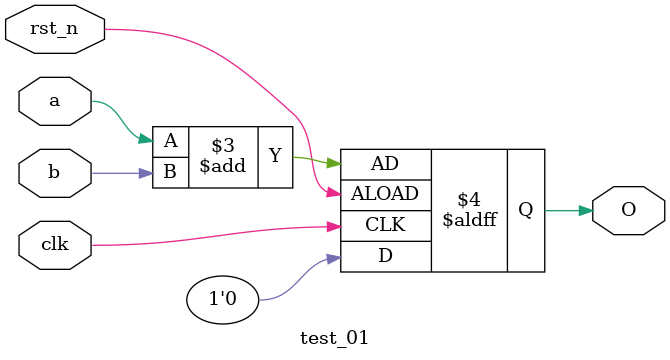
<source format=v>
module test_01(
input clk,
input rst_n,
input a, b,
output reg O);
always@(posedge clk, negedge rst_n)begin
	if(!rst_n)
		O <= a + b;
	else
		O <= 0;
end
endmodule
//change the test_01.v after checkout.
//add one line and do not use the checkout.
//about command: commit -m "".
//git is free software.
//git is a distributed version control system.
//compare to LICENSE.
//git track changes of files.
//git diff add only.
//git change and no add.

</source>
